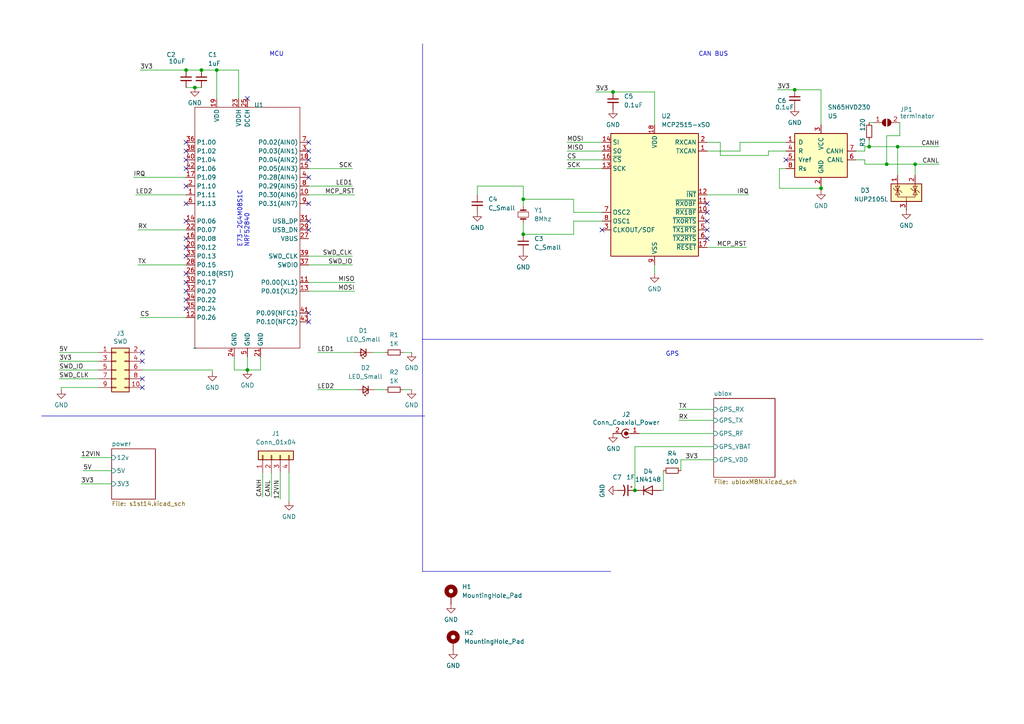
<source format=kicad_sch>
(kicad_sch (version 20230121) (generator eeschema)
  (paper "A4")
  (lib_symbols
    (symbol "Connector:Conn_Coaxial_Power" (pin_names (offset 1.016) hide)
      (property "Reference" "J" (at -5.08 -1.27 90))
      (property "Value" "Conn_Coaxial_Power" (at -3.175 -1.27 90))
      (symbol "Conn_Coaxial_Power_0_1"
        (arc (start -1.27 -1.27) (mid 0 -2.5345) (end 1.27 -1.27) (stroke (width 0.254)))
        (arc (start -1.016 -0.508) (mid -1.2048 -0.8684) (end -1.27 -1.27) (stroke (width 0.254)))
        (circle (center 0 -1.27) (radius 0.508) (stroke (width 0.2032)) (fill (type outline)))
        (polyline (pts (xy 0 -2.54) (xy 0 -3.048)))
        (polyline (pts (xy 0 0) (xy 0 -1.27)))
        (arc (start 1.27 -1.27) (mid 1.2048 -0.8684) (end 1.016 -0.508) (stroke (width 0.254)))
      )
      (symbol "Conn_Coaxial_Power_1_1"
        (pin passive line (at 0 2.54 270) (length 2.54) (name "In") (number "1"))
        (pin passive line (at 0 -5.08 90) (length 2.54) (name "Ext") (number "2"))
      )
    )
    (symbol "Connector_Generic:Conn_01x04" (pin_names (offset 1.016) hide)
      (property "Reference" "J" (at 0 5.08 0))
      (property "Value" "Conn_01x04" (at 0 -7.62 0))
      (symbol "Conn_01x04_1_1"
        (rectangle (start -1.27 -4.953) (end 0 -5.207) (stroke (width 0.1524)))
        (rectangle (start -1.27 -2.413) (end 0 -2.667) (stroke (width 0.1524)))
        (rectangle (start -1.27 0.127) (end 0 -0.127) (stroke (width 0.1524)))
        (rectangle (start -1.27 2.667) (end 0 2.413) (stroke (width 0.1524)))
        (rectangle (start -1.27 3.81) (end 1.27 -6.35) (stroke (width 0.254)) (fill (type background)))
        (pin passive line (at -5.08 2.54 0) (length 3.81) (name "Pin_1") (number "1"))
        (pin passive line (at -5.08 0 0) (length 3.81) (name "Pin_2") (number "2"))
        (pin passive line (at -5.08 -2.54 0) (length 3.81) (name "Pin_3") (number "3"))
        (pin passive line (at -5.08 -5.08 0) (length 3.81) (name "Pin_4") (number "4"))
      )
    )
    (symbol "Connector_Generic:Conn_02x05_Odd_Even" (pin_names (offset 1.016) hide)
      (property "Reference" "J" (at 1.27 7.62 0))
      (property "Value" "Conn_02x05_Odd_Even" (at 1.27 -7.62 0))
      (symbol "Conn_02x05_Odd_Even_1_1"
        (rectangle (start -1.27 -4.953) (end 0 -5.207) (stroke (width 0.1524)))
        (rectangle (start -1.27 -2.413) (end 0 -2.667) (stroke (width 0.1524)))
        (rectangle (start -1.27 0.127) (end 0 -0.127) (stroke (width 0.1524)))
        (rectangle (start -1.27 2.667) (end 0 2.413) (stroke (width 0.1524)))
        (rectangle (start -1.27 5.207) (end 0 4.953) (stroke (width 0.1524)))
        (rectangle (start -1.27 6.35) (end 3.81 -6.35) (stroke (width 0.254)) (fill (type background)))
        (rectangle (start 3.81 -4.953) (end 2.54 -5.207) (stroke (width 0.1524)))
        (rectangle (start 3.81 -2.413) (end 2.54 -2.667) (stroke (width 0.1524)))
        (rectangle (start 3.81 0.127) (end 2.54 -0.127) (stroke (width 0.1524)))
        (rectangle (start 3.81 2.667) (end 2.54 2.413) (stroke (width 0.1524)))
        (rectangle (start 3.81 5.207) (end 2.54 4.953) (stroke (width 0.1524)))
        (pin passive line (at -5.08 5.08 0) (length 3.81) (name "Pin_1") (number "1"))
        (pin passive line (at 7.62 -5.08 180) (length 3.81) (name "Pin_10") (number "10"))
        (pin passive line (at 7.62 5.08 180) (length 3.81) (name "Pin_2") (number "2"))
        (pin passive line (at -5.08 2.54 0) (length 3.81) (name "Pin_3") (number "3"))
        (pin passive line (at 7.62 2.54 180) (length 3.81) (name "Pin_4") (number "4"))
        (pin passive line (at -5.08 0 0) (length 3.81) (name "Pin_5") (number "5"))
        (pin passive line (at 7.62 0 180) (length 3.81) (name "Pin_6") (number "6"))
        (pin passive line (at -5.08 -2.54 0) (length 3.81) (name "Pin_7") (number "7"))
        (pin passive line (at 7.62 -2.54 180) (length 3.81) (name "Pin_8") (number "8"))
        (pin passive line (at -5.08 -5.08 0) (length 3.81) (name "Pin_9") (number "9"))
      )
    )
    (symbol "Device:CP1_Small" (pin_numbers hide) (pin_names (offset 0.254) hide)
      (property "Reference" "C" (at 0.254 1.778 0))
      (property "Value" "Device_CP1_Small" (at 0.254 -2.032 0))
      (symbol "CP1_Small_0_1"
        (polyline (pts (xy -1.524 0.508) (xy 1.524 0.508)) (stroke (width 0.3048)))
        (polyline (pts (xy -1.27 1.524) (xy -0.762 1.524)))
        (polyline (pts (xy -1.016 1.27) (xy -1.016 1.778)))
        (arc (start 1.524 -0.762) (mid 0 -0.3734) (end -1.524 -0.762) (stroke (width 0.3048)))
      )
      (symbol "CP1_Small_1_1"
        (pin passive line (at 0 2.54 270) (length 2.032) (name "~") (number "1"))
        (pin passive line (at 0 -2.54 90) (length 2.032) (name "~") (number "2"))
      )
    )
    (symbol "Device:C_Small" (pin_numbers hide) (pin_names (offset 0.254) hide)
      (property "Reference" "C" (at 0.254 1.778 0))
      (property "Value" "C_Small" (at 0.254 -2.032 0))
      (symbol "C_Small_0_1"
        (polyline (pts (xy -1.524 -0.508) (xy 1.524 -0.508)) (stroke (width 0.3302)))
        (polyline (pts (xy -1.524 0.508) (xy 1.524 0.508)) (stroke (width 0.3048)))
      )
      (symbol "C_Small_1_1"
        (pin passive line (at 0 2.54 270) (length 2.032) (name "~") (number "1"))
        (pin passive line (at 0 -2.54 90) (length 2.032) (name "~") (number "2"))
      )
    )
    (symbol "Device:Crystal_Small" (pin_numbers hide) (pin_names (offset 1.016) hide)
      (property "Reference" "Y" (at 0 2.54 0))
      (property "Value" "Crystal_Small" (at 0 -2.54 0))
      (symbol "Crystal_Small_0_1"
        (rectangle (start -0.762 -1.524) (end 0.762 1.524))
        (polyline (pts (xy -1.27 -0.762) (xy -1.27 0.762)) (stroke (width 0.381)))
        (polyline (pts (xy 1.27 -0.762) (xy 1.27 0.762)) (stroke (width 0.381)))
      )
      (symbol "Crystal_Small_1_1"
        (pin passive line (at -2.54 0 0) (length 1.27) (name "1") (number "1"))
        (pin passive line (at 2.54 0 180) (length 1.27) (name "2") (number "2"))
      )
    )
    (symbol "Device:LED_Small" (pin_numbers hide) (pin_names (offset 0.254) hide)
      (property "Reference" "D" (at -1.27 3.175 0))
      (property "Value" "LED_Small" (at -4.445 -2.54 0))
      (symbol "LED_Small_0_1"
        (polyline (pts (xy -0.762 -1.016) (xy -0.762 1.016)) (stroke (width 0.254)))
        (polyline (pts (xy 1.016 0) (xy -0.762 0)))
        (polyline (pts (xy 0.762 -1.016) (xy -0.762 0) (xy 0.762 1.016) (xy 0.762 -1.016)) (stroke (width 0.254)))
        (polyline (pts (xy 0 0.762) (xy -0.508 1.27) (xy -0.254 1.27) (xy -0.508 1.27) (xy -0.508 1.016)))
        (polyline (pts (xy 0.508 1.27) (xy 0 1.778) (xy 0.254 1.778) (xy 0 1.778) (xy 0 1.524)))
      )
      (symbol "LED_Small_1_1"
        (pin passive line (at -2.54 0 0) (length 1.778) (name "K") (number "1"))
        (pin passive line (at 2.54 0 180) (length 1.778) (name "A") (number "2"))
      )
    )
    (symbol "Device:R_Small" (pin_numbers hide) (pin_names (offset 0.254) hide)
      (property "Reference" "R" (at 0.762 0.508 0))
      (property "Value" "R_Small" (at 0.762 -1.016 0))
      (symbol "R_Small_0_1"
        (rectangle (start -0.762 1.778) (end 0.762 -1.778) (stroke (width 0.2032)))
      )
      (symbol "R_Small_1_1"
        (pin passive line (at 0 2.54 270) (length 0.762) (name "~") (number "1"))
        (pin passive line (at 0 -2.54 90) (length 0.762) (name "~") (number "2"))
      )
    )
    (symbol "Diode:1N4148" (pin_numbers hide) (pin_names (offset 1.016) hide)
      (property "Reference" "D" (at 0 2.54 0))
      (property "Value" "1N4148" (at 0 -2.54 0))
      (symbol "1N4148_0_1"
        (polyline (pts (xy -1.27 1.27) (xy -1.27 -1.27)) (stroke (width 0.254)))
        (polyline (pts (xy 1.27 0) (xy -1.27 0)))
        (polyline (pts (xy 1.27 1.27) (xy 1.27 -1.27) (xy -1.27 0) (xy 1.27 1.27)) (stroke (width 0.254)))
      )
      (symbol "1N4148_1_1"
        (pin passive line (at -3.81 0 0) (length 2.54) (name "K") (number "1"))
        (pin passive line (at 3.81 0 180) (length 2.54) (name "A") (number "2"))
      )
    )
    (symbol "E73-2G4M08S1C-52840:E73-2G4M08S1C-52840"
      (property "Reference" "U" (at 26.67 72.39 0))
      (symbol "E73-2G4M08S1C-52840_0_1"
        (rectangle (start 0 69.85) (end 30.48 0))
      )
      (symbol "E73-2G4M08S1C-52840_1_1"
        (pin input line (at -2.54 44.45 0) (length 2.54) (name "P1.11") (number "1"))
        (pin input line (at 33.02 44.45 180) (length 2.54) (name "P0.30(AIN6)") (number "10"))
        (pin input line (at 33.02 19.05 180) (length 2.54) (name "P0.00(XL1)") (number "11"))
        (pin input line (at -2.54 8.89 0) (length 2.54) (name "P0.26") (number "12"))
        (pin input line (at 33.02 16.51 180) (length 2.54) (name "P0.01(XL2)") (number "13"))
        (pin input line (at -2.54 36.83 0) (length 2.54) (name "P0.06") (number "14"))
        (pin input line (at 33.02 52.07 180) (length 2.54) (name "P0.05(AIN3)") (number "15"))
        (pin input line (at -2.54 31.75 0) (length 2.54) (name "P0.08") (number "16"))
        (pin input line (at -2.54 49.53 0) (length 2.54) (name "P1.09") (number "17"))
        (pin input line (at 33.02 54.61 180) (length 2.54) (name "P0.04(AIN2)") (number "18"))
        (pin input line (at 6.35 72.39 270) (length 2.54) (name "VDD") (number "19"))
        (pin input line (at -2.54 46.99 0) (length 2.54) (name "P1.10") (number "2"))
        (pin input line (at -2.54 29.21 0) (length 2.54) (name "P0.12") (number "20"))
        (pin input line (at 19.05 -2.54 90) (length 2.54) (name "GND") (number "21"))
        (pin input line (at -2.54 34.29 0) (length 2.54) (name "P0.07") (number "22"))
        (pin input line (at 12.7 72.39 270) (length 2.54) (name "VDDH") (number "23"))
        (pin input line (at 11.43 -2.54 90) (length 2.54) (name "GND") (number "24"))
        (pin input line (at 15.24 72.39 270) (length 2.54) (name "DCCH") (number "25"))
        (pin input line (at -2.54 21.59 0) (length 2.54) (name "P0.18(RST)") (number "26"))
        (pin input line (at 33.02 31.75 180) (length 2.54) (name "VBUS") (number "27"))
        (pin input line (at -2.54 24.13 0) (length 2.54) (name "P0.15") (number "28"))
        (pin input line (at 33.02 34.29 180) (length 2.54) (name "USB_DN") (number "29"))
        (pin input line (at 33.02 57.15 180) (length 2.54) (name "P0.03(AIN1)") (number "3"))
        (pin input line (at -2.54 19.05 0) (length 2.54) (name "P0.17") (number "30"))
        (pin input line (at 33.02 36.83 180) (length 2.54) (name "USB_DP") (number "31"))
        (pin input line (at -2.54 16.51 0) (length 2.54) (name "P0.20") (number "32"))
        (pin input line (at -2.54 26.67 0) (length 2.54) (name "P0.13") (number "33"))
        (pin input line (at -2.54 13.97 0) (length 2.54) (name "P0.22") (number "34"))
        (pin input line (at -2.54 11.43 0) (length 2.54) (name "P0.24") (number "35"))
        (pin input line (at -2.54 59.69 0) (length 2.54) (name "P1.00") (number "36"))
        (pin input line (at 33.02 24.13 180) (length 2.54) (name "SWDIO") (number "37"))
        (pin input line (at -2.54 57.15 0) (length 2.54) (name "P1.02") (number "38"))
        (pin input line (at 33.02 26.67 180) (length 2.54) (name "SWD_CLK") (number "39"))
        (pin input line (at 33.02 49.53 180) (length 2.54) (name "P0.28(AIN4)") (number "4"))
        (pin input line (at -2.54 54.61 0) (length 2.54) (name "P1.04") (number "40"))
        (pin input line (at 33.02 10.16 180) (length 2.54) (name "P0.09(NFC1)") (number "41"))
        (pin input line (at -2.54 52.07 0) (length 2.54) (name "P1.06") (number "42"))
        (pin input line (at 33.02 7.62 180) (length 2.54) (name "P0.10(NFC2)") (number "43"))
        (pin input line (at 15.24 -2.54 90) (length 2.54) (name "GND") (number "5"))
        (pin input line (at -2.54 41.91 0) (length 2.54) (name "P1.13") (number "6"))
        (pin input line (at 33.02 59.69 180) (length 2.54) (name "P0.02(AIN0)") (number "7"))
        (pin input line (at 33.02 46.99 180) (length 2.54) (name "P0.29(AIN5)") (number "8"))
        (pin input line (at 33.02 41.91 180) (length 2.54) (name "P0.31(AIN7)") (number "9"))
      )
    )
    (symbol "Interface_CAN_LIN:MCP2515-xSO"
      (property "Reference" "U" (at -10.16 19.685 0))
      (property "Value" "MCP2515-xSO" (at 19.05 20.32 0))
      (symbol "MCP2515-xSO_0_1"
        (rectangle (start -12.7 17.78) (end 12.7 -17.78) (stroke (width 0.254)) (fill (type background)))
      )
      (symbol "MCP2515-xSO_1_1"
        (pin output line (at 15.24 12.7 180) (length 2.54) (name "TXCAN") (number "1"))
        (pin output line (at 15.24 -5.08 180) (length 2.54) (name "~{RX1BF}") (number "10"))
        (pin output line (at 15.24 -2.54 180) (length 2.54) (name "~{RX0BF}") (number "11"))
        (pin output line (at 15.24 0 180) (length 2.54) (name "~{INT}") (number "12"))
        (pin input line (at -15.24 7.62 0) (length 2.54) (name "SCK") (number "13"))
        (pin input line (at -15.24 15.24 0) (length 2.54) (name "SI") (number "14"))
        (pin output line (at -15.24 12.7 0) (length 2.54) (name "SO") (number "15"))
        (pin input line (at -15.24 10.16 0) (length 2.54) (name "~{CS}") (number "16"))
        (pin input line (at 15.24 -15.24 180) (length 2.54) (name "~{RESET}") (number "17"))
        (pin power_in line (at 0 20.32 270) (length 2.54) (name "VDD") (number "18"))
        (pin input line (at 15.24 15.24 180) (length 2.54) (name "RXCAN") (number "2"))
        (pin output line (at -15.24 -10.16 0) (length 2.54) (name "CLKOUT/SOF") (number "3"))
        (pin input line (at 15.24 -7.62 180) (length 2.54) (name "~{TX0RTS}") (number "4"))
        (pin input line (at 15.24 -10.16 180) (length 2.54) (name "~{TX1RTS}") (number "5"))
        (pin input line (at 15.24 -12.7 180) (length 2.54) (name "~{TX2RTS}") (number "6"))
        (pin output line (at -15.24 -5.08 0) (length 2.54) (name "OSC2") (number "7"))
        (pin input line (at -15.24 -7.62 0) (length 2.54) (name "OSC1") (number "8"))
        (pin power_in line (at 0 -20.32 90) (length 2.54) (name "VSS") (number "9"))
      )
    )
    (symbol "Interface_CAN_LIN:SN65HVD230" (pin_names (offset 1.016))
      (property "Reference" "U" (at -2.54 10.16 0))
      (property "Value" "SN65HVD230" (at -2.54 7.62 0))
      (symbol "SN65HVD230_0_1"
        (rectangle (start -7.62 5.08) (end 7.62 -7.62) (stroke (width 0.254)) (fill (type background)))
      )
      (symbol "SN65HVD230_1_1"
        (pin input line (at -10.16 2.54 0) (length 2.54) (name "D") (number "1"))
        (pin power_in line (at 0 -10.16 90) (length 2.54) (name "GND") (number "2"))
        (pin power_in line (at 0 7.62 270) (length 2.54) (name "VCC") (number "3"))
        (pin output line (at -10.16 0 0) (length 2.54) (name "R") (number "4"))
        (pin output line (at -10.16 -2.54 0) (length 2.54) (name "Vref") (number "5"))
        (pin bidirectional line (at 10.16 -2.54 180) (length 2.54) (name "CANL") (number "6"))
        (pin bidirectional line (at 10.16 0 180) (length 2.54) (name "CANH") (number "7"))
        (pin input line (at -10.16 -5.08 0) (length 2.54) (name "Rs") (number "8"))
      )
    )
    (symbol "Jumper:SolderJumper_2_Open" (pin_names (offset 0) hide)
      (property "Reference" "JP" (at 0 2.032 0))
      (property "Value" "SolderJumper_2_Open" (at 0 -2.54 0))
      (symbol "SolderJumper_2_Open_0_1"
        (arc (start -0.254 1.016) (mid -1.2656 0) (end -0.254 -1.016))
        (arc (start -0.254 1.016) (mid -1.2656 0) (end -0.254 -1.016) (fill (type outline)))
        (polyline (pts (xy -0.254 1.016) (xy -0.254 -1.016)))
        (polyline (pts (xy 0.254 1.016) (xy 0.254 -1.016)))
        (arc (start 0.254 -1.016) (mid 1.2656 0) (end 0.254 1.016))
        (arc (start 0.254 -1.016) (mid 1.2656 0) (end 0.254 1.016) (fill (type outline)))
      )
      (symbol "SolderJumper_2_Open_1_1"
        (pin passive line (at -3.81 0 0) (length 2.54) (name "A") (number "1"))
        (pin passive line (at 3.81 0 180) (length 2.54) (name "B") (number "2"))
      )
    )
    (symbol "Mechanical:MountingHole_Pad" (pin_numbers hide) (pin_names (offset 1.016) hide)
      (property "Reference" "H" (at 0 6.35 0))
      (property "Value" "MountingHole_Pad" (at 0 4.445 0))
      (symbol "MountingHole_Pad_0_1"
        (circle (center 0 1.27) (radius 1.27) (stroke (width 1.27)))
      )
      (symbol "MountingHole_Pad_1_1"
        (pin input line (at 0 -2.54 90) (length 2.54) (name "1") (number "1"))
      )
    )
    (symbol "Power_Protection:NUP2105L" (pin_names hide)
      (property "Reference" "D" (at 5.715 2.54 0))
      (property "Value" "NUP2105L" (at 5.715 0.635 0))
      (symbol "NUP2105L_0_0"
        (pin passive line (at 0 -5.08 90) (length 2.54) (name "A") (number "3"))
      )
      (symbol "NUP2105L_0_1"
        (rectangle (start -4.445 2.54) (end 4.445 -2.54) (stroke (width 0.254)) (fill (type background)))
        (polyline (pts (xy -2.54 2.54) (xy -2.54 0.635)))
        (polyline (pts (xy 0 -1.27) (xy 0 -2.54)))
        (polyline (pts (xy 2.54 2.54) (xy 2.54 0.635)))
        (polyline (pts (xy -3.81 1.27) (xy -3.175 0.635) (xy -1.905 0.635) (xy -1.27 0)))
        (polyline (pts (xy -2.54 0.635) (xy -2.54 -1.27) (xy 2.54 -1.27) (xy 2.54 0.635)))
        (polyline (pts (xy -2.54 0.635) (xy -1.905 -0.635) (xy -3.175 -0.635) (xy -2.54 0.635)))
        (polyline (pts (xy 2.54 0.635) (xy 1.905 -0.635) (xy 3.175 -0.635) (xy 2.54 0.635)))
        (polyline (pts (xy 2.54 0.635) (xy 3.175 1.905) (xy 1.905 1.905) (xy 2.54 0.635)))
        (polyline (pts (xy -2.54 0.635) (xy -3.175 1.905) (xy -1.905 1.905) (xy -2.54 0.635) (xy -2.54 1.27)))
        (polyline (pts (xy 1.27 1.27) (xy 1.905 0.635) (xy 2.54 0.635) (xy 3.175 0.635) (xy 3.81 0)))
      )
      (symbol "NUP2105L_1_1"
        (pin passive line (at -2.54 5.08 270) (length 2.54) (name "K") (number "1"))
        (pin passive line (at 2.54 5.08 270) (length 2.54) (name "K") (number "2"))
      )
    )
    (symbol "power:GND" (power) (pin_names (offset 0))
      (property "Value" "GND" (at 0 -3.81 0))
      (symbol "GND_0_1"
        (polyline (pts (xy 0 0) (xy 0 -1.27) (xy 1.27 -1.27) (xy 0 -2.54) (xy -1.27 -1.27) (xy 0 -1.27)))
      )
      (symbol "GND_1_1"
        (pin power_in line (at 0 0 270) (length 0) hide (name "GND") (number "1"))
      )
    )
  )
  (junction (at 151.765 67.945))
  (junction (at 177.8 26.67))
  (junction (at 184.15 142.24))
  (junction (at 260.35 42.545))
  (junction (at 53.975 20.32))
  (junction (at 151.765 57.785))
  (junction (at 58.42 20.32))
  (junction (at 62.865 20.32))
  (junction (at 252.095 42.545))
  (junction (at 71.755 107.315))
  (junction (at 257.175 47.625))
  (junction (at 238.125 54.61))
  (junction (at 230.505 26.035))
  (junction (at 265.43 47.625))
  (junction (at 56.515 25.4))
  (no_connect (at 53.975 64.135))
  (no_connect (at 205.105 69.215))
  (no_connect (at 89.535 90.805))
  (no_connect (at 205.105 61.595))
  (no_connect (at 89.535 66.675))
  (no_connect (at 89.535 46.355))
  (no_connect (at 53.975 84.455))
  (no_connect (at 41.275 109.855))
  (no_connect (at 53.975 69.215))
  (no_connect (at 205.105 66.675))
  (no_connect (at 53.975 74.295))
  (no_connect (at 53.975 59.055))
  (no_connect (at 53.975 86.995))
  (no_connect (at 41.275 112.395))
  (no_connect (at 53.975 89.535))
  (no_connect (at 174.625 66.675))
  (no_connect (at 53.975 41.275))
  (no_connect (at 89.535 64.135))
  (no_connect (at 227.965 46.355))
  (no_connect (at 53.975 81.915))
  (no_connect (at 41.275 104.775))
  (no_connect (at 53.975 48.895))
  (no_connect (at 71.755 28.575))
  (no_connect (at 53.975 71.755))
  (no_connect (at 89.535 41.275))
  (no_connect (at 53.975 53.975))
  (no_connect (at 89.535 93.345))
  (no_connect (at 41.275 102.235))
  (no_connect (at 89.535 43.815))
  (no_connect (at 53.975 79.375))
  (no_connect (at 89.535 51.435))
  (no_connect (at 205.105 64.135))
  (no_connect (at 53.975 46.355))
  (no_connect (at 53.975 43.815))
  (no_connect (at 205.105 59.055))
  (no_connect (at 89.535 59.055))
  (wire (pts (xy 17.145 104.775) (xy 28.575 104.775)))
  (wire (pts (xy 214.63 43.815) (xy 214.63 41.275)))
  (wire (pts (xy 138.43 56.515) (xy 138.43 53.975)))
  (wire (pts (xy 250.825 43.815) (xy 250.825 42.545)))
  (wire (pts (xy 250.825 46.355) (xy 250.825 47.625)))
  (wire (pts (xy 69.215 28.575) (xy 69.215 20.32)))
  (wire (pts (xy 222.885 43.815) (xy 227.965 43.815)))
  (wire (pts (xy 40.005 76.835) (xy 53.975 76.835)))
  (wire (pts (xy 89.535 53.975) (xy 102.235 53.975)))
  (wire (pts (xy 191.77 142.24) (xy 192.405 142.24)))
  (wire (pts (xy 250.825 42.545) (xy 252.095 42.545)))
  (wire (pts (xy 192.405 142.24) (xy 192.405 136.525)))
  (wire (pts (xy 164.465 41.275) (xy 174.625 41.275)))
  (wire (pts (xy 67.945 103.505) (xy 67.945 107.315)))
  (polyline (pts (xy 122.555 165.735) (xy 177.165 165.735)))
  (wire (pts (xy 40.64 20.32) (xy 53.975 20.32)))
  (wire (pts (xy 61.595 107.315) (xy 61.595 107.95)))
  (wire (pts (xy 40.005 66.675) (xy 53.975 66.675)))
  (wire (pts (xy 238.125 54.61) (xy 238.125 55.245)))
  (wire (pts (xy 17.78 112.395) (xy 17.78 113.03)))
  (wire (pts (xy 58.42 20.32) (xy 53.975 20.32)))
  (wire (pts (xy 189.865 76.835) (xy 189.865 79.375)))
  (wire (pts (xy 17.145 107.315) (xy 28.575 107.315)))
  (wire (pts (xy 227.965 48.895) (xy 226.06 48.895)))
  (wire (pts (xy 53.975 25.4) (xy 56.515 25.4)))
  (wire (pts (xy 252.095 35.56) (xy 253.365 35.56)))
  (wire (pts (xy 83.82 137.16) (xy 83.82 145.415)))
  (wire (pts (xy 39.37 56.515) (xy 53.975 56.515)))
  (wire (pts (xy 23.495 132.715) (xy 32.385 132.715)))
  (wire (pts (xy 252.095 40.64) (xy 252.095 42.545)))
  (wire (pts (xy 78.74 137.16) (xy 78.74 144.145)))
  (wire (pts (xy 252.095 42.545) (xy 260.35 42.545)))
  (wire (pts (xy 89.535 81.915) (xy 102.87 81.915)))
  (wire (pts (xy 265.43 47.625) (xy 272.415 47.625)))
  (wire (pts (xy 116.84 102.235) (xy 119.38 102.235)))
  (wire (pts (xy 67.945 107.315) (xy 71.755 107.315)))
  (wire (pts (xy 205.105 41.275) (xy 208.915 41.275)))
  (wire (pts (xy 166.37 67.945) (xy 151.765 67.945)))
  (wire (pts (xy 151.765 59.69) (xy 151.765 57.785)))
  (wire (pts (xy 76.2 137.16) (xy 76.2 144.145)))
  (wire (pts (xy 89.535 48.895) (xy 102.235 48.895)))
  (wire (pts (xy 107.95 102.235) (xy 111.76 102.235)))
  (wire (pts (xy 164.465 46.355) (xy 174.625 46.355)))
  (wire (pts (xy 92.075 102.235) (xy 102.87 102.235)))
  (wire (pts (xy 62.865 20.32) (xy 58.42 20.32)))
  (wire (pts (xy 24.13 136.525) (xy 32.385 136.525)))
  (wire (pts (xy 248.285 46.355) (xy 250.825 46.355)))
  (wire (pts (xy 172.72 26.67) (xy 177.8 26.67)))
  (wire (pts (xy 38.735 51.435) (xy 53.975 51.435)))
  (wire (pts (xy 151.765 53.975) (xy 151.765 57.785)))
  (wire (pts (xy 225.425 26.035) (xy 230.505 26.035)))
  (wire (pts (xy 92.075 113.03) (xy 103.505 113.03)))
  (wire (pts (xy 166.37 57.785) (xy 166.37 61.595)))
  (wire (pts (xy 197.485 133.35) (xy 207.01 133.35)))
  (wire (pts (xy 89.535 76.835) (xy 102.235 76.835)))
  (wire (pts (xy 184.15 129.54) (xy 207.01 129.54)))
  (wire (pts (xy 71.755 107.315) (xy 75.565 107.315)))
  (wire (pts (xy 185.42 125.73) (xy 207.01 125.73)))
  (wire (pts (xy 89.535 84.455) (xy 102.87 84.455)))
  (wire (pts (xy 226.06 54.61) (xy 238.125 54.61)))
  (wire (pts (xy 230.505 26.035) (xy 238.125 26.035)))
  (wire (pts (xy 205.105 56.515) (xy 217.17 56.515)))
  (wire (pts (xy 23.495 140.335) (xy 32.385 140.335)))
  (wire (pts (xy 260.985 35.56) (xy 260.985 39.37)))
  (wire (pts (xy 40.64 92.075) (xy 53.975 92.075)))
  (wire (pts (xy 174.625 64.135) (xy 166.37 64.135)))
  (wire (pts (xy 197.485 133.35) (xy 197.485 136.525)))
  (wire (pts (xy 184.15 142.24) (xy 184.15 129.54)))
  (polyline (pts (xy 12.065 120.65) (xy 123.19 120.65)))
  (wire (pts (xy 208.915 45.085) (xy 222.885 45.085)))
  (wire (pts (xy 265.43 47.625) (xy 265.43 50.8)))
  (wire (pts (xy 89.535 74.295) (xy 102.235 74.295)))
  (wire (pts (xy 71.755 103.505) (xy 71.755 107.315)))
  (wire (pts (xy 138.43 53.975) (xy 151.765 53.975)))
  (wire (pts (xy 205.105 71.755) (xy 216.535 71.755)))
  (wire (pts (xy 108.585 113.03) (xy 111.76 113.03)))
  (wire (pts (xy 17.145 109.855) (xy 28.575 109.855)))
  (wire (pts (xy 177.8 26.67) (xy 189.865 26.67)))
  (wire (pts (xy 208.915 41.275) (xy 208.915 45.085)))
  (wire (pts (xy 166.37 61.595) (xy 174.625 61.595)))
  (wire (pts (xy 205.105 43.815) (xy 214.63 43.815)))
  (polyline (pts (xy 122.555 98.425) (xy 285.115 98.425)))
  (wire (pts (xy 164.465 43.815) (xy 174.625 43.815)))
  (wire (pts (xy 17.145 102.235) (xy 28.575 102.235)))
  (wire (pts (xy 166.37 64.135) (xy 166.37 67.945)))
  (wire (pts (xy 89.535 56.515) (xy 102.87 56.515)))
  (wire (pts (xy 69.215 20.32) (xy 62.865 20.32)))
  (wire (pts (xy 28.575 112.395) (xy 17.78 112.395)))
  (wire (pts (xy 238.125 26.035) (xy 238.125 36.195)))
  (wire (pts (xy 62.865 28.575) (xy 62.865 20.32)))
  (wire (pts (xy 81.28 137.16) (xy 81.28 144.78)))
  (wire (pts (xy 257.175 47.625) (xy 265.43 47.625)))
  (polyline (pts (xy 122.555 98.425) (xy 122.555 165.735)))
  (wire (pts (xy 196.85 118.745) (xy 207.01 118.745)))
  (polyline (pts (xy 122.555 12.7) (xy 122.555 98.425)))
  (wire (pts (xy 151.765 57.785) (xy 166.37 57.785)))
  (wire (pts (xy 238.125 53.975) (xy 238.125 54.61)))
  (wire (pts (xy 260.985 39.37) (xy 257.175 39.37)))
  (wire (pts (xy 196.85 121.92) (xy 207.01 121.92)))
  (wire (pts (xy 56.515 25.4) (xy 58.42 25.4)))
  (wire (pts (xy 41.275 107.315) (xy 61.595 107.315)))
  (wire (pts (xy 250.825 47.625) (xy 257.175 47.625)))
  (wire (pts (xy 248.285 43.815) (xy 250.825 43.815)))
  (wire (pts (xy 164.465 48.895) (xy 174.625 48.895)))
  (wire (pts (xy 257.175 39.37) (xy 257.175 47.625)))
  (wire (pts (xy 116.84 113.03) (xy 119.38 113.03)))
  (wire (pts (xy 260.35 42.545) (xy 272.415 42.545)))
  (wire (pts (xy 151.765 67.945) (xy 151.765 64.77)))
  (wire (pts (xy 189.865 26.67) (xy 189.865 36.195)))
  (wire (pts (xy 222.885 45.085) (xy 222.885 43.815)))
  (wire (pts (xy 214.63 41.275) (xy 227.965 41.275)))
  (wire (pts (xy 260.35 42.545) (xy 260.35 50.8)))
  (wire (pts (xy 226.06 48.895) (xy 226.06 54.61)))
  (wire (pts (xy 75.565 103.505) (xy 75.565 107.315)))
  (text "CAN BUS" (at 202.565 16.51 0) (effects (font (size 1.27 1.27)) (justify left bottom)))
  (text "GPS" (at 193.04 103.505 0) (effects (font (size 1.27 1.27)) (justify left bottom)))
  (text "MCU" (at 78.105 16.51 0) (effects (font (size 1.27 1.27)) (justify left bottom)))
  (text "E73-2G4M08S1C\nNRF52840" (at 72.39 71.755 90) (effects (font (size 1.27 1.27)) (justify left bottom)))
  (label "LED2" (at 39.37 56.515 0))
  (label "12VIN" (at 23.495 132.715 0))
  (label "CANL" (at 78.74 144.145 90))
  (label "LED1" (at 92.075 102.235 0))
  (label "5V" (at 24.13 136.525 0))
  (label "CS" (at 164.465 46.355 0))
  (label "MOSI" (at 102.87 84.455 180))
  (label "CANL" (at 272.415 47.625 180))
  (label "SCK" (at 102.235 48.895 180))
  (label "5V" (at 17.145 102.235 0))
  (label "MOSI" (at 164.465 41.275 0))
  (label "3V3" (at 17.145 104.775 0))
  (label "3V3" (at 172.72 26.67 0))
  (label "SWD_IO" (at 17.145 107.315 0))
  (label "IRQ" (at 217.17 56.515 180))
  (label "CS" (at 40.64 92.075 0))
  (label "12VIN" (at 81.28 144.78 90))
  (label "SWD_CLK" (at 17.145 109.855 0))
  (label "MCP_RST" (at 216.535 71.755 180))
  (label "IRQ" (at 38.735 51.435 0))
  (label "3V3" (at 23.495 140.335 0))
  (label "MCP_RST" (at 102.87 56.515 180))
  (label "SCK" (at 164.465 48.895 0))
  (label "LED1" (at 102.235 53.975 180))
  (label "LED2" (at 92.075 113.03 0))
  (label "3V3" (at 40.64 20.32 0))
  (label "SWD_CLK" (at 102.235 74.295 180))
  (label "TX" (at 40.005 76.835 0))
  (label "MISO" (at 102.87 81.915 180))
  (label "SWD_IO" (at 102.235 76.835 180))
  (label "3V3" (at 225.425 26.035 0))
  (label "TX" (at 196.85 118.745 0))
  (label "RX" (at 196.85 121.92 0))
  (label "MISO" (at 164.465 43.815 0))
  (label "CANH" (at 272.415 42.545 180))
  (label "RX" (at 40.005 66.675 0))
  (label "CANH" (at 76.2 144.145 90))
  (label "3V3" (at 198.755 133.35 0))
  (symbol (lib_id "Device:C_Small") (at 53.975 22.86 0) (unit 1)
    (property "Reference" "C2" (at 48.26 15.875 0) (effects (justify left)))
    (property "Value" "10uF" (at 48.895 17.78 0) (effects (justify left)))
    (property "Footprint" "Capacitor_SMD:C_0805_2012Metric" (effects hide))
  )
  (symbol (lib_id "Device:C_Small") (at 230.505 28.575 0) (unit 1)
    (property "Reference" "C6" (at 225.425 29.21 0) (effects (justify left)))
    (property "Value" "0.1uF" (at 224.79 31.115 0) (effects (justify left)))
    (property "Footprint" "Capacitor_SMD:C_0805_2012Metric" (effects hide))
  )
  (symbol (lib_id "power:GND") (at 262.89 60.96 0) (unit 1)
    (property "Reference" "#PWR014" (effects hide))
    (property "Value" "GND" (at 262.89 65.405 0))
  )
  (symbol (lib_id "power:GND") (at 17.78 113.03 0) (unit 1)
    (property "Reference" "#PWR02" (effects hide))
    (property "Value" "GND" (at 17.78 117.475 0))
  )
  (symbol (lib_id "Connector:Conn_Coaxial_Power") (at 182.88 125.73 270) (unit 1)
    (property "Reference" "J2" (at 181.61 120.2182 90))
    (property "Value" "Conn_Coaxial_Power" (at 181.61 122.5296 90))
    (property "Footprint" "Connector_Coaxial:SMA_Amphenol_901-144_Vertical" (effects hide))
  )
  (symbol (lib_id "Device:R_Small") (at 194.945 136.525 270) (unit 1)
    (property "Reference" "R4" (at 194.945 131.5466 90))
    (property "Value" "100" (at 194.945 133.858 90))
    (property "Footprint" "Resistor_SMD:R_0805_2012Metric" (effects hide))
  )
  (symbol (lib_id "E73-2G4M08S1C-52840:E73-2G4M08S1C-52840") (at 56.515 100.965 0) (unit 1)
    (property "Reference" "U1" (at 73.7109 30.48 0) (effects (justify left)))
    (property "Value" "~" (at 56.515 100.965 0))
    (property "Footprint" "E73:E73-2G4M08S1C-52840" (effects hide))
  )
  (symbol (lib_id "power:GND") (at 131.445 188.595 0) (unit 1)
    (property "Reference" "#PWR03" (effects hide))
    (property "Value" "GND" (at 131.445 193.04 0))
  )
  (symbol (lib_id "Device:LED_Small") (at 105.41 102.235 180) (unit 1)
    (property "Reference" "D1" (at 105.3465 95.885 0))
    (property "Value" "LED_Small" (at 105.3465 98.425 0))
    (property "Footprint" "LED_SMD:LED_1206_3216Metric" (effects hide))
  )
  (symbol (lib_id "Device:C_Small") (at 177.8 29.21 0) (unit 1)
    (property "Reference" "C5" (at 180.975 27.9463 0) (effects (justify left)))
    (property "Value" "0.1uF" (at 180.975 30.4863 0) (effects (justify left)))
    (property "Footprint" "Capacitor_SMD:C_0805_2012Metric" (effects hide))
  )
  (symbol (lib_id "Device:C_Small") (at 58.42 22.86 0) (unit 1)
    (property "Reference" "C1" (at 60.325 15.875 0) (effects (justify left)))
    (property "Value" "1uF" (at 60.325 18.415 0) (effects (justify left)))
    (property "Footprint" "Capacitor_SMD:C_0805_2012Metric" (effects hide))
  )
  (symbol (lib_id "Device:Crystal_Small") (at 151.765 62.23 90) (unit 1)
    (property "Reference" "Y1" (at 154.94 60.96 90) (effects (justify right)))
    (property "Value" "8Mhz" (at 154.94 63.5 90) (effects (justify right)))
    (property "Footprint" "Crystal:Crystal_HC49-U_Vertical" (effects hide))
  )
  (symbol (lib_id "power:GND") (at 151.765 73.025 0) (unit 1)
    (property "Reference" "#PWR06" (effects hide))
    (property "Value" "GND" (at 151.765 77.47 0))
  )
  (symbol (lib_id "Connector_Generic:Conn_02x05_Odd_Even") (at 33.655 107.315 0) (unit 1)
    (property "Reference" "J3" (at 34.925 96.7232 0))
    (property "Value" "SWD" (at 34.925 99.0346 0))
    (property "Footprint" "Connector_PinHeader_1.27mm:PinHeader_2x05_P1.27mm_Vertical_SMD" (effects hide))
  )
  (symbol (lib_id "power:GND") (at 56.515 25.4 0) (unit 1)
    (property "Reference" "#PWR07" (effects hide))
    (property "Value" "GND" (at 56.515 29.845 0))
  )
  (symbol (lib_id "Mechanical:MountingHole_Pad") (at 131.445 186.055 0) (unit 1)
    (property "Reference" "H2" (at 134.62 183.515 0) (effects (justify left)))
    (property "Value" "MountingHole_Pad" (at 134.62 186.055 0) (effects (justify left)))
    (property "Footprint" "MountingHole:MountingHole_3.2mm_M3_Pad_Via" (effects hide))
  )
  (symbol (lib_id "power:GND") (at 179.07 142.24 270) (unit 1)
    (property "Reference" "#PWR016" (effects hide))
    (property "Value" "GND" (at 174.6758 142.367 0))
  )
  (symbol (lib_id "power:GND") (at 71.755 107.315 0) (unit 1)
    (property "Reference" "#PWR01" (effects hide))
    (property "Value" "GND" (at 71.755 111.76 0))
  )
  (symbol (lib_id "Device:LED_Small") (at 106.045 113.03 180) (unit 1)
    (property "Reference" "D2" (at 105.9815 106.68 0))
    (property "Value" "LED_Small" (at 105.9815 109.22 0))
    (property "Footprint" "LED_SMD:LED_1206_3216Metric" (effects hide))
  )
  (symbol (lib_id "Device:R_Small") (at 114.3 102.235 90) (unit 1)
    (property "Reference" "R1" (at 114.3 97.155 90))
    (property "Value" "1K" (at 114.3 99.695 90))
    (property "Footprint" "Resistor_SMD:R_0805_2012Metric" (effects hide))
  )
  (symbol (lib_id "power:GND") (at 189.865 79.375 0) (unit 1)
    (property "Reference" "#PWR04" (effects hide))
    (property "Value" "GND" (at 189.865 83.82 0))
  )
  (symbol (lib_id "power:GND") (at 177.8 125.73 0) (unit 1)
    (property "Reference" "#PWR015" (effects hide))
    (property "Value" "GND" (at 177.927 130.1242 0))
  )
  (symbol (lib_id "power:GND") (at 138.43 61.595 0) (unit 1)
    (property "Reference" "#PWR08" (effects hide))
    (property "Value" "GND" (at 138.43 66.04 0))
  )
  (symbol (lib_id "Device:C_Small") (at 151.765 70.485 0) (unit 1)
    (property "Reference" "C3" (at 154.94 69.2213 0) (effects (justify left)))
    (property "Value" "C_Small" (at 154.94 71.7613 0) (effects (justify left)))
    (property "Footprint" "Capacitor_SMD:C_0603_1608Metric" (effects hide))
  )
  (symbol (lib_id "power:GND") (at 61.595 107.95 0) (unit 1)
    (property "Reference" "#PWR017" (effects hide))
    (property "Value" "GND" (at 61.595 112.395 0))
  )
  (symbol (lib_id "Diode:1N4148") (at 187.96 142.24 0) (unit 1)
    (property "Reference" "D4" (at 187.96 136.7536 0))
    (property "Value" "1N4148" (at 187.96 139.065 0))
    (property "Footprint" "Diode_SMD:D_SOD-323" (effects hide))
    (property "Datasheet" "https://assets.nexperia.com/documents/data-sheet/1N4148_1N4448.pdf" (effects hide))
  )
  (symbol (lib_id "power:GND") (at 83.82 145.415 0) (unit 1)
    (property "Reference" "#PWR05" (effects hide))
    (property "Value" "GND" (at 83.82 149.86 0))
  )
  (symbol (lib_id "power:GND") (at 130.81 175.26 0) (unit 1)
    (property "Reference" "#PWR018" (effects hide))
    (property "Value" "GND" (at 130.81 179.705 0))
  )
  (symbol (lib_id "Interface_CAN_LIN:SN65HVD230") (at 238.125 43.815 0) (unit 1)
    (property "Reference" "U5" (at 240.0809 33.655 0) (effects (justify left)))
    (property "Value" "SN65HVD230" (at 240.03 31.115 0) (effects (justify left)))
    (property "Footprint" "Package_SO:SOIC-8_3.9x4.9mm_P1.27mm" (effects hide))
    (property "Datasheet" "http://www.ti.com/lit/ds/symlink/sn65hvd230.pdf" (effects hide))
  )
  (symbol (lib_id "power:GND") (at 119.38 102.235 0) (unit 1)
    (property "Reference" "#PWR09" (effects hide))
    (property "Value" "GND" (at 119.38 106.68 0))
  )
  (symbol (lib_id "Device:R_Small") (at 114.3 113.03 90) (unit 1)
    (property "Reference" "R2" (at 114.3 107.95 90))
    (property "Value" "1K" (at 114.3 110.49 90))
    (property "Footprint" "Resistor_SMD:R_0805_2012Metric" (effects hide))
  )
  (symbol (lib_id "power:GND") (at 177.8 31.75 0) (unit 1)
    (property "Reference" "#PWR011" (effects hide))
    (property "Value" "GND" (at 177.8 36.195 0))
  )
  (symbol (lib_id "Jumper:SolderJumper_2_Open") (at 257.175 35.56 0) (unit 1)
    (property "Reference" "JP1" (at 262.89 31.75 0))
    (property "Value" "terminator" (at 266.065 33.655 0))
    (property "Footprint" "Jumper:SolderJumper-2_P1.3mm_Open_RoundedPad1.0x1.5mm" (effects hide))
  )
  (symbol (lib_id "Device:R_Small") (at 252.095 38.1 180) (unit 1)
    (property "Reference" "R3" (at 250.19 41.275 90))
    (property "Value" "120" (at 250.19 36.195 90))
    (property "Footprint" "Resistor_SMD:R_0603_1608Metric" (effects hide))
    (property "LCSC" "C22787" (effects hide))
  )
  (symbol (lib_id "power:GND") (at 238.125 55.245 0) (unit 1)
    (property "Reference" "#PWR012" (effects hide))
    (property "Value" "GND" (at 238.125 59.69 0))
  )
  (symbol (lib_id "Device:C_Small") (at 138.43 59.055 0) (unit 1)
    (property "Reference" "C4" (at 141.605 57.7913 0) (effects (justify left)))
    (property "Value" "C_Small" (at 141.605 60.3313 0) (effects (justify left)))
    (property "Footprint" "Capacitor_SMD:C_0603_1608Metric" (effects hide))
  )
  (symbol (lib_id "Interface_CAN_LIN:MCP2515-xSO") (at 189.865 56.515 0) (unit 1)
    (property "Reference" "U2" (at 191.8209 33.655 0) (effects (justify left)))
    (property "Value" "MCP2515-xSO" (at 191.8209 36.195 0) (effects (justify left)))
    (property "Footprint" "Package_SO:SOIC-18W_7.5x11.6mm_P1.27mm" (effects hide))
    (property "Datasheet" "http://ww1.microchip.com/downloads/en/DeviceDoc/21801e.pdf" (effects hide))
  )
  (symbol (lib_id "power:GND") (at 119.38 113.03 0) (unit 1)
    (property "Reference" "#PWR010" (effects hide))
    (property "Value" "GND" (at 119.38 117.475 0))
  )
  (symbol (lib_id "Power_Protection:NUP2105L") (at 262.89 55.88 0) (unit 1)
    (property "Reference" "D3" (at 249.555 55.245 0) (effects (justify left)))
    (property "Value" "NUP2105L" (at 247.65 57.785 0) (effects (justify left)))
    (property "Footprint" "Package_TO_SOT_SMD:SOT-23" (effects hide))
    (property "Datasheet" "http://www.onsemi.com/pub_link/Collateral/NUP2105L-D.PDF" (effects hide))
    (property "LCSC" "C284104" (effects hide))
  )
  (symbol (lib_id "Device:CP1_Small") (at 181.61 142.24 270) (unit 1)
    (property "Reference" "C7" (at 180.34 138.43 90) (effects (justify right)))
    (property "Value" "1F" (at 184.15 138.43 90) (effects (justify right)))
    (property "Footprint" "Capacitor_THT:CP_Radial_D8.0mm_P3.50mm" (effects hide))
  )
  (symbol (lib_id "Mechanical:MountingHole_Pad") (at 130.81 172.72 0) (unit 1)
    (property "Reference" "H1" (at 133.985 170.18 0) (effects (justify left)))
    (property "Value" "MountingHole_Pad" (at 133.985 172.72 0) (effects (justify left)))
    (property "Footprint" "MountingHole:MountingHole_3.2mm_M3_Pad_Via" (effects hide))
  )
  (symbol (lib_id "power:GND") (at 230.505 31.115 0) (unit 1)
    (property "Reference" "#PWR013" (effects hide))
    (property "Value" "GND" (at 230.505 35.56 0))
  )
  (symbol (lib_id "Connector_Generic:Conn_01x04") (at 78.74 132.08 90) (unit 1)
    (property "Reference" "J1" (at 80.01 125.73 90))
    (property "Value" "Conn_01x04" (at 80.01 128.27 90))
    (property "Footprint" "Connector_JST:JST_XH_S4B-XH-A-1_1x04_P2.50mm_Horizontal" (effects hide))
  )
  (sheet (at 32.385 130.175) (size 12.7 14.605) (stroke (width 0.1524))
    (property "Sheetname" "power" (at 32.385 129.4634 0) (effects (justify left bottom)))
    (property "Sheetfile" "s1st14.kicad_sch" (at 32.385 145.3646 0) (effects (justify left top)))
    (pin "5V" input (at 32.385 136.525 180))
    (pin "3V3" input (at 32.385 140.335 180))
    (pin "12v" input (at 32.385 132.715 180))
  )
  (sheet (at 207.01 115.57) (size 17.78 22.86) (stroke (width 0.1524))
    (property "Sheetname" "ublox" (at 207.01 114.8584 0) (effects (justify left bottom)))
    (property "Sheetfile" "ubloxM8N.kicad_sch" (at 207.01 139.0146 0) (effects (justify left top)))
    (pin "GPS_RX" input (at 207.01 118.745 180))
    (pin "GPS_RF" input (at 207.01 125.73 180))
    (pin "GPS_TX" input (at 207.01 121.92 180))
    (pin "GPS_VBAT" input (at 207.01 129.54 180))
    (pin "GPS_VDD" input (at 207.01 133.35 180))
  )
)
</source>
